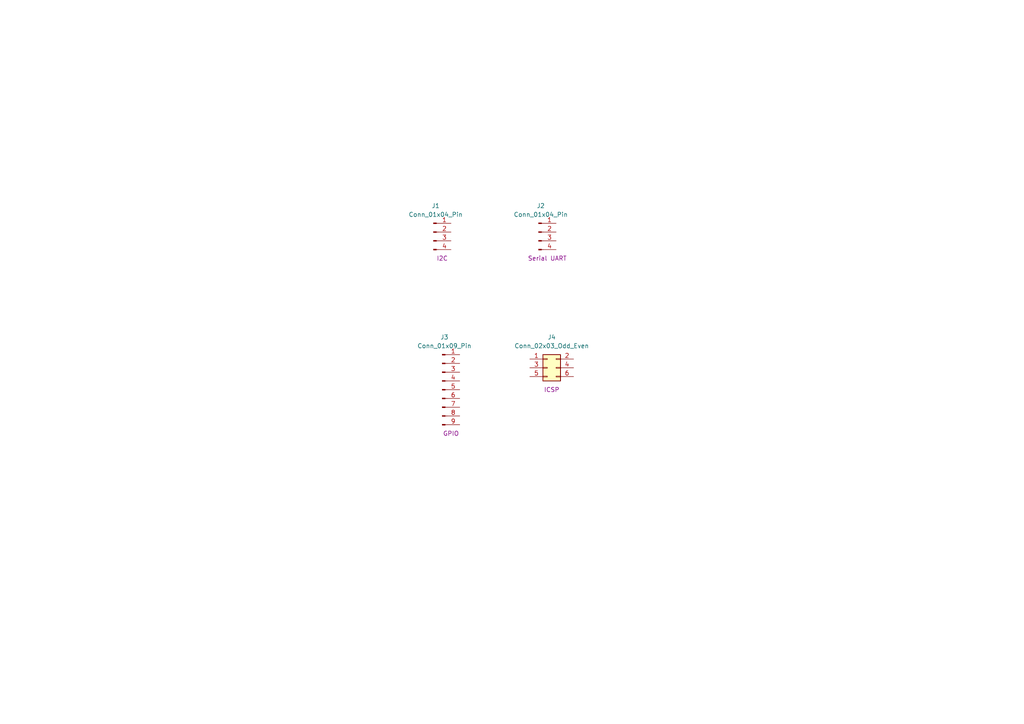
<source format=kicad_sch>
(kicad_sch (version 20231120) (generator "eeschema") (generator_version "8.0")
  (paper "A4")
  (lib_symbols
    (symbol "Connector:Conn_01x04_Pin" (pin_names (offset 1.016) hide)
      (property "Reference" "J" (at 0 5.08 0))
      (property "Value" "Conn_01x04_Pin" (at 0 -7.62 0))
      (symbol "Conn_01x04_Pin_1_1"
        (polyline (pts (xy 1.27 -5.08) (xy 0.8636 -5.08)) (stroke (width 0.1524)))
        (polyline (pts (xy 1.27 -2.54) (xy 0.8636 -2.54)) (stroke (width 0.1524)))
        (polyline (pts (xy 1.27 0) (xy 0.8636 0)) (stroke (width 0.1524)))
        (polyline (pts (xy 1.27 2.54) (xy 0.8636 2.54)) (stroke (width 0.1524)))
        (rectangle (start 0.8636 -4.953) (end 0 -5.207) (stroke (width 0.1524)) (fill (type outline)))
        (rectangle (start 0.8636 -2.413) (end 0 -2.667) (stroke (width 0.1524)) (fill (type outline)))
        (rectangle (start 0.8636 0.127) (end 0 -0.127) (stroke (width 0.1524)) (fill (type outline)))
        (rectangle (start 0.8636 2.667) (end 0 2.413) (stroke (width 0.1524)) (fill (type outline)))
        (pin passive line (at 5.08 2.54 180) (length 3.81) (name "Pin_1") (number "1"))
        (pin passive line (at 5.08 0 180) (length 3.81) (name "Pin_2") (number "2"))
        (pin passive line (at 5.08 -2.54 180) (length 3.81) (name "Pin_3") (number "3"))
        (pin passive line (at 5.08 -5.08 180) (length 3.81) (name "Pin_4") (number "4"))
      )
    )
    (symbol "Connector:Conn_01x09_Pin" (pin_names (offset 1.016) hide)
      (property "Reference" "J" (at 0 12.7 0))
      (property "Value" "Conn_01x09_Pin" (at 0 -12.7 0))
      (symbol "Conn_01x09_Pin_1_1"
        (polyline (pts (xy 1.27 -10.16) (xy 0.8636 -10.16)) (stroke (width 0.1524)))
        (polyline (pts (xy 1.27 -7.62) (xy 0.8636 -7.62)) (stroke (width 0.1524)))
        (polyline (pts (xy 1.27 -5.08) (xy 0.8636 -5.08)) (stroke (width 0.1524)))
        (polyline (pts (xy 1.27 -2.54) (xy 0.8636 -2.54)) (stroke (width 0.1524)))
        (polyline (pts (xy 1.27 0) (xy 0.8636 0)) (stroke (width 0.1524)))
        (polyline (pts (xy 1.27 2.54) (xy 0.8636 2.54)) (stroke (width 0.1524)))
        (polyline (pts (xy 1.27 5.08) (xy 0.8636 5.08)) (stroke (width 0.1524)))
        (polyline (pts (xy 1.27 7.62) (xy 0.8636 7.62)) (stroke (width 0.1524)))
        (polyline (pts (xy 1.27 10.16) (xy 0.8636 10.16)) (stroke (width 0.1524)))
        (rectangle (start 0.8636 -10.033) (end 0 -10.287) (stroke (width 0.1524)) (fill (type outline)))
        (rectangle (start 0.8636 -7.493) (end 0 -7.747) (stroke (width 0.1524)) (fill (type outline)))
        (rectangle (start 0.8636 -4.953) (end 0 -5.207) (stroke (width 0.1524)) (fill (type outline)))
        (rectangle (start 0.8636 -2.413) (end 0 -2.667) (stroke (width 0.1524)) (fill (type outline)))
        (rectangle (start 0.8636 0.127) (end 0 -0.127) (stroke (width 0.1524)) (fill (type outline)))
        (rectangle (start 0.8636 2.667) (end 0 2.413) (stroke (width 0.1524)) (fill (type outline)))
        (rectangle (start 0.8636 5.207) (end 0 4.953) (stroke (width 0.1524)) (fill (type outline)))
        (rectangle (start 0.8636 7.747) (end 0 7.493) (stroke (width 0.1524)) (fill (type outline)))
        (rectangle (start 0.8636 10.287) (end 0 10.033) (stroke (width 0.1524)) (fill (type outline)))
        (pin passive line (at 5.08 10.16 180) (length 3.81) (name "Pin_1") (number "1"))
        (pin passive line (at 5.08 7.62 180) (length 3.81) (name "Pin_2") (number "2"))
        (pin passive line (at 5.08 5.08 180) (length 3.81) (name "Pin_3") (number "3"))
        (pin passive line (at 5.08 2.54 180) (length 3.81) (name "Pin_4") (number "4"))
        (pin passive line (at 5.08 0 180) (length 3.81) (name "Pin_5") (number "5"))
        (pin passive line (at 5.08 -2.54 180) (length 3.81) (name "Pin_6") (number "6"))
        (pin passive line (at 5.08 -5.08 180) (length 3.81) (name "Pin_7") (number "7"))
        (pin passive line (at 5.08 -7.62 180) (length 3.81) (name "Pin_8") (number "8"))
        (pin passive line (at 5.08 -10.16 180) (length 3.81) (name "Pin_9") (number "9"))
      )
    )
    (symbol "Connector_Generic:Conn_02x03_Odd_Even" (pin_names (offset 1.016) hide)
      (property "Reference" "J" (at 1.27 5.08 0))
      (property "Value" "Conn_02x03_Odd_Even" (at 1.27 -5.08 0))
      (symbol "Conn_02x03_Odd_Even_1_1"
        (rectangle (start -1.27 -2.413) (end 0 -2.667) (stroke (width 0.1524)))
        (rectangle (start -1.27 0.127) (end 0 -0.127) (stroke (width 0.1524)))
        (rectangle (start -1.27 2.667) (end 0 2.413) (stroke (width 0.1524)))
        (rectangle (start -1.27 3.81) (end 3.81 -3.81) (stroke (width 0.254)) (fill (type background)))
        (rectangle (start 3.81 -2.413) (end 2.54 -2.667) (stroke (width 0.1524)))
        (rectangle (start 3.81 0.127) (end 2.54 -0.127) (stroke (width 0.1524)))
        (rectangle (start 3.81 2.667) (end 2.54 2.413) (stroke (width 0.1524)))
        (pin passive line (at -5.08 2.54 0) (length 3.81) (name "Pin_1") (number "1"))
        (pin passive line (at 7.62 2.54 180) (length 3.81) (name "Pin_2") (number "2"))
        (pin passive line (at -5.08 0 0) (length 3.81) (name "Pin_3") (number "3"))
        (pin passive line (at 7.62 0 180) (length 3.81) (name "Pin_4") (number "4"))
        (pin passive line (at -5.08 -2.54 0) (length 3.81) (name "Pin_5") (number "5"))
        (pin passive line (at 7.62 -2.54 180) (length 3.81) (name "Pin_6") (number "6"))
      )
    )
  )
  (symbol (lib_id "Connector_Generic:Conn_02x03_Odd_Even") (at 158.75 106.68 0) (unit 1)
    (property "Reference" "J4" (at 160.02 97.79 0))
    (property "Value" "Conn_02x03_Odd_Even" (at 160.02 100.33 0))
    (property "Description" "Generic connector, double row, 02x03, odd/even pin numbering scheme (row 1 odd numbers, row 2 even numbers), script generated (kicad-library-utils/schlib/autogen/connector/)" (effects (hide yes)))
    (property "Purpose" "ICSP" (at 160.02 113.03 0))
  )
  (symbol (lib_id "Connector:Conn_01x04_Pin") (at 125.73 67.31 0) (unit 1)
    (property "Reference" "J1" (at 126.365 59.69 0))
    (property "Value" "Conn_01x04_Pin" (at 126.365 62.23 0))
    (property "Description" "Generic connector, single row, 01x04, script generated" (effects (hide yes)))
    (property "Purpose" "I2C" (at 128.27 74.93 0))
  )
  (symbol (lib_id "Connector:Conn_01x04_Pin") (at 156.21 67.31 0) (unit 1)
    (property "Reference" "J2" (at 156.845 59.69 0))
    (property "Value" "Conn_01x04_Pin" (at 156.845 62.23 0))
    (property "Description" "Generic connector, single row, 01x04, script generated" (effects (hide yes)))
    (property "Purpose" "Serial UART" (at 158.75 74.93 0))
  )
  (symbol (lib_id "Connector:Conn_01x09_Pin") (at 128.27 113.03 0) (unit 1)
    (property "Reference" "J3" (at 128.905 97.79 0))
    (property "Value" "Conn_01x09_Pin" (at 128.905 100.33 0))
    (property "Description" "Generic connector, single row, 01x09, script generated" (effects (hide yes)))
    (property "Purpose" "GPIO" (at 130.81 125.73 0))
  )
)
</source>
